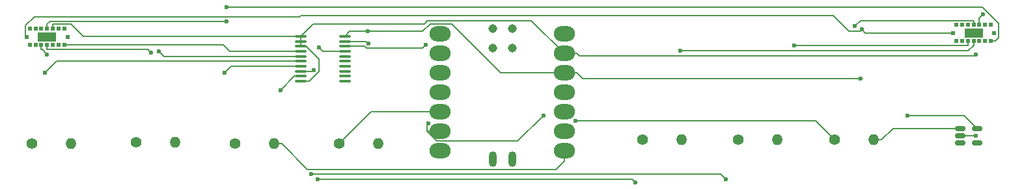
<source format=gbr>
%TF.GenerationSoftware,KiCad,Pcbnew,8.0.8*%
%TF.CreationDate,2025-05-04T21:01:19-05:00*%
%TF.ProjectId,Obstacle_detector,4f627374-6163-46c6-955f-646574656374,rev?*%
%TF.SameCoordinates,Original*%
%TF.FileFunction,Copper,L1,Top*%
%TF.FilePolarity,Positive*%
%FSLAX46Y46*%
G04 Gerber Fmt 4.6, Leading zero omitted, Abs format (unit mm)*
G04 Created by KiCad (PCBNEW 8.0.8) date 2025-05-04 21:01:19*
%MOMM*%
%LPD*%
G01*
G04 APERTURE LIST*
G04 Aperture macros list*
%AMRoundRect*
0 Rectangle with rounded corners*
0 $1 Rounding radius*
0 $2 $3 $4 $5 $6 $7 $8 $9 X,Y pos of 4 corners*
0 Add a 4 corners polygon primitive as box body*
4,1,4,$2,$3,$4,$5,$6,$7,$8,$9,$2,$3,0*
0 Add four circle primitives for the rounded corners*
1,1,$1+$1,$2,$3*
1,1,$1+$1,$4,$5*
1,1,$1+$1,$6,$7*
1,1,$1+$1,$8,$9*
0 Add four rect primitives between the rounded corners*
20,1,$1+$1,$2,$3,$4,$5,0*
20,1,$1+$1,$4,$5,$6,$7,0*
20,1,$1+$1,$6,$7,$8,$9,0*
20,1,$1+$1,$8,$9,$2,$3,0*%
G04 Aperture macros list end*
%TA.AperFunction,ComponentPad*%
%ADD10C,1.400000*%
%TD*%
%TA.AperFunction,ComponentPad*%
%ADD11O,1.400000X1.400000*%
%TD*%
%TA.AperFunction,SMDPad,CuDef*%
%ADD12RoundRect,0.150000X-0.512500X-0.150000X0.512500X-0.150000X0.512500X0.150000X-0.512500X0.150000X0*%
%TD*%
%TA.AperFunction,SMDPad,CuDef*%
%ADD13R,0.530000X0.545000*%
%TD*%
%TA.AperFunction,SMDPad,CuDef*%
%ADD14R,0.565000X0.530000*%
%TD*%
%TA.AperFunction,SMDPad,CuDef*%
%ADD15R,2.345995X1.229995*%
%TD*%
%TA.AperFunction,SMDPad,CuDef*%
%ADD16RoundRect,0.100000X-0.637500X-0.100000X0.637500X-0.100000X0.637500X0.100000X-0.637500X0.100000X0*%
%TD*%
%TA.AperFunction,SMDPad,CuDef*%
%ADD17O,2.748280X1.998980*%
%TD*%
%TA.AperFunction,SMDPad,CuDef*%
%ADD18O,1.016000X2.032000*%
%TD*%
%TA.AperFunction,SMDPad,CuDef*%
%ADD19C,1.143000*%
%TD*%
%TA.AperFunction,ViaPad*%
%ADD20C,0.600000*%
%TD*%
%TA.AperFunction,Conductor*%
%ADD21C,0.200000*%
%TD*%
G04 APERTURE END LIST*
D10*
%TO.P,R3,1*%
%TO.N,Net-(U3-SC1)*%
X109920000Y-30500000D03*
D11*
%TO.P,R3,2*%
%TO.N,Net-(U2-SCL{slash}MCLK)*%
X115000000Y-30500000D03*
%TD*%
D10*
%TO.P,R1,1*%
%TO.N,Net-(U3-SC0)*%
X18044400Y-31000000D03*
D11*
%TO.P,R1,2*%
%TO.N,Net-(U4-SCL{slash}MCLK)*%
X23124400Y-31000000D03*
%TD*%
D12*
%TO.P,U5,1,IN*%
%TO.N,+3.3V*%
X138725000Y-29000000D03*
%TO.P,U5,2,GND*%
%TO.N,GND*%
X138725000Y-29950000D03*
%TO.P,U5,3,EN*%
%TO.N,unconnected-(U5-EN-Pad3)*%
X138725000Y-30900000D03*
%TO.P,U5,4,NC*%
%TO.N,unconnected-(U5-NC-Pad4)*%
X141000000Y-30900000D03*
%TO.P,U5,5,OUT*%
%TO.N,+1V8*%
X141000000Y-29000000D03*
%TD*%
D13*
%TO.P,U4,A1,INT*%
%TO.N,Net-(U3-~{INT0})*%
X22250001Y-18115001D03*
%TO.P,U4,A2,LPN*%
%TO.N,unconnected-(U4-LPN-PadA2)*%
X21500000Y-18115001D03*
%TO.P,U4,A3,IOVDD*%
%TO.N,unconnected-(U4-IOVDD-PadA3)*%
X20750001Y-18115001D03*
%TO.P,U4,A4,SDA/MOSI*%
%TO.N,Net-(U4-SDA{slash}MOSI)*%
X20000000Y-18115001D03*
%TO.P,U4,A5,SCL/MCLK*%
%TO.N,Net-(U4-SCL{slash}MCLK)*%
X19249999Y-18115001D03*
%TO.P,U4,A6,RSVD1*%
%TO.N,unconnected-(U4-RSVD1-PadA6)*%
X18500000Y-18115001D03*
%TO.P,U4,A7,RSVD2*%
%TO.N,unconnected-(U4-RSVD2-PadA7)*%
X17749999Y-18115001D03*
D14*
%TO.P,U4,B1,SYNC*%
%TO.N,unconnected-(U4-SYNC-PadB1)*%
X22667500Y-17057500D03*
D15*
%TO.P,U4,B4,THERMALPAD*%
%TO.N,unconnected-(U4-THERMALPAD-PadB4)*%
X20000000Y-17057500D03*
D14*
%TO.P,U4,B7,CORE_1V8*%
%TO.N,+1V8*%
X17332500Y-17057500D03*
D13*
%TO.P,U4,C1,SPI_I2C_N*%
%TO.N,unconnected-(U4-SPI_I2C_N-PadC1)*%
X22250001Y-15999999D03*
%TO.P,U4,C2,NCS*%
%TO.N,unconnected-(U4-NCS-PadC2)*%
X21500000Y-15999999D03*
%TO.P,U4,C3,GND*%
%TO.N,GND*%
X20750001Y-15999999D03*
%TO.P,U4,C4,AVDD*%
%TO.N,+3.3V*%
X20000000Y-15999999D03*
%TO.P,U4,C5,MISO*%
%TO.N,unconnected-(U4-MISO-PadC5)*%
X19249999Y-15999999D03*
%TO.P,U4,C6,RSVD3*%
%TO.N,unconnected-(U4-RSVD3-PadC6)*%
X18500000Y-15999999D03*
%TO.P,U4,C7,GROUND*%
%TO.N,unconnected-(U4-GROUND-PadC7)*%
X17749999Y-15999999D03*
%TD*%
D10*
%TO.P,R7,1*%
%TO.N,Net-(U1-PA9_A5_D5_SCL)*%
X122460000Y-30500000D03*
D11*
%TO.P,R7,2*%
%TO.N,+3.3V*%
X127540000Y-30500000D03*
%TD*%
D10*
%TO.P,R5,1*%
%TO.N,+3.3V*%
X44460000Y-31000000D03*
D11*
%TO.P,R5,2*%
%TO.N,Net-(U1-PB09_A7_D7_RX)*%
X49540000Y-31000000D03*
%TD*%
D10*
%TO.P,R2,1*%
%TO.N,Net-(U3-SD0)*%
X31584400Y-30814100D03*
D11*
%TO.P,R2,2*%
%TO.N,Net-(U4-SDA{slash}MOSI)*%
X36664400Y-30814100D03*
%TD*%
D10*
%TO.P,R4,1*%
%TO.N,Net-(U3-SD1)*%
X97460000Y-30500000D03*
D11*
%TO.P,R4,2*%
%TO.N,Net-(U2-SDA{slash}MOSI)*%
X102540000Y-30500000D03*
%TD*%
D13*
%TO.P,U2,A1,INT*%
%TO.N,Net-(U2-INT)*%
X142750001Y-17615001D03*
%TO.P,U2,A2,LPN*%
%TO.N,unconnected-(U2-LPN-PadA2)*%
X142000000Y-17615001D03*
%TO.P,U2,A3,IOVDD*%
%TO.N,unconnected-(U2-IOVDD-PadA3)*%
X141250001Y-17615001D03*
%TO.P,U2,A4,SDA/MOSI*%
%TO.N,Net-(U2-SDA{slash}MOSI)*%
X140500000Y-17615001D03*
%TO.P,U2,A5,SCL/MCLK*%
%TO.N,Net-(U2-SCL{slash}MCLK)*%
X139749999Y-17615001D03*
%TO.P,U2,A6,RSVD1*%
%TO.N,unconnected-(U2-RSVD1-PadA6)*%
X139000000Y-17615001D03*
%TO.P,U2,A7,RSVD2*%
%TO.N,unconnected-(U2-RSVD2-PadA7)*%
X138249999Y-17615001D03*
D14*
%TO.P,U2,B1,SYNC*%
%TO.N,unconnected-(U2-SYNC-PadB1)*%
X143167500Y-16557500D03*
D15*
%TO.P,U2,B4,THERMALPAD*%
%TO.N,unconnected-(U2-THERMALPAD-PadB4)*%
X140500000Y-16557500D03*
D14*
%TO.P,U2,B7,CORE_1V8*%
%TO.N,+1V8*%
X137832500Y-16557500D03*
D13*
%TO.P,U2,C1,SPI_I2C_N*%
%TO.N,unconnected-(U2-SPI_I2C_N-PadC1)*%
X142750001Y-15499999D03*
%TO.P,U2,C2,NCS*%
%TO.N,unconnected-(U2-NCS-PadC2)*%
X142000000Y-15499999D03*
%TO.P,U2,C3,GND*%
%TO.N,GND*%
X141250001Y-15499999D03*
%TO.P,U2,C4,AVDD*%
%TO.N,+3.3V*%
X140500000Y-15499999D03*
%TO.P,U2,C5,MISO*%
%TO.N,unconnected-(U2-MISO-PadC5)*%
X139749999Y-15499999D03*
%TO.P,U2,C6,RSVD3*%
%TO.N,unconnected-(U2-RSVD3-PadC6)*%
X139000000Y-15499999D03*
%TO.P,U2,C7,GROUND*%
%TO.N,unconnected-(U2-GROUND-PadC7)*%
X138249999Y-15499999D03*
%TD*%
D10*
%TO.P,R6,1*%
%TO.N,Net-(U1-PA8_A4_D4_SDA)*%
X57960000Y-31000000D03*
D11*
%TO.P,R6,2*%
%TO.N,+3.3V*%
X63040000Y-31000000D03*
%TD*%
D16*
%TO.P,U3,1,A0*%
%TO.N,GND*%
X53000000Y-17000000D03*
%TO.P,U3,2,A1*%
X53000000Y-17650000D03*
%TO.P,U3,3,A2*%
X53000000Y-18300000D03*
%TO.P,U3,4,~{INT0}*%
%TO.N,Net-(U3-~{INT0})*%
X53000000Y-18950000D03*
%TO.P,U3,5,SD0*%
%TO.N,Net-(U3-SD0)*%
X53000000Y-19600000D03*
%TO.P,U3,6,SC0*%
%TO.N,Net-(U3-SC0)*%
X53000000Y-20250000D03*
%TO.P,U3,7,~{INT1}*%
%TO.N,Net-(U2-INT)*%
X53000000Y-20900000D03*
%TO.P,U3,8,SD1*%
%TO.N,Net-(U3-SD1)*%
X53000000Y-21550000D03*
%TO.P,U3,9,SC1*%
%TO.N,Net-(U3-SC1)*%
X53000000Y-22200000D03*
%TO.P,U3,10,GND*%
%TO.N,GND*%
X53000000Y-22850000D03*
%TO.P,U3,11,~{INT2}*%
%TO.N,unconnected-(U3-~{INT2}-Pad11)*%
X58725000Y-22850000D03*
%TO.P,U3,12,SD2*%
%TO.N,unconnected-(U3-SD2-Pad12)*%
X58725000Y-22200000D03*
%TO.P,U3,13,SC2*%
%TO.N,unconnected-(U3-SC2-Pad13)*%
X58725000Y-21550000D03*
%TO.P,U3,14,~{INT3}*%
%TO.N,unconnected-(U3-~{INT3}-Pad14)*%
X58725000Y-20900000D03*
%TO.P,U3,15,SD3*%
%TO.N,unconnected-(U3-SD3-Pad15)*%
X58725000Y-20250000D03*
%TO.P,U3,16,SC3*%
%TO.N,unconnected-(U3-SC3-Pad16)*%
X58725000Y-19600000D03*
%TO.P,U3,17,~{INT}*%
%TO.N,Net-(U1-PB09_A7_D7_RX)*%
X58725000Y-18950000D03*
%TO.P,U3,18,SCL*%
%TO.N,Net-(U1-PA9_A5_D5_SCL)*%
X58725000Y-18300000D03*
%TO.P,U3,19,SDA*%
%TO.N,Net-(U1-PA8_A4_D4_SDA)*%
X58725000Y-17650000D03*
%TO.P,U3,20,VCC*%
%TO.N,+3.3V*%
X58725000Y-17000000D03*
%TD*%
D17*
%TO.P,U1,1,PA02_A0_D0*%
%TO.N,unconnected-(U1-PA02_A0_D0-Pad1)*%
X71094320Y-16686380D03*
%TO.P,U1,2,PA4_A1_D1*%
%TO.N,unconnected-(U1-PA4_A1_D1-Pad2)*%
X71094320Y-19226380D03*
%TO.P,U1,3,PA10_A2_D2*%
%TO.N,unconnected-(U1-PA10_A2_D2-Pad3)*%
X71094320Y-21766380D03*
%TO.P,U1,4,PA11_A3_D3*%
%TO.N,unconnected-(U1-PA11_A3_D3-Pad4)*%
X71094320Y-24306380D03*
%TO.P,U1,5,PA8_A4_D4_SDA*%
%TO.N,Net-(U1-PA8_A4_D4_SDA)*%
X71094320Y-26846380D03*
%TO.P,U1,6,PA9_A5_D5_SCL*%
%TO.N,Net-(U1-PA9_A5_D5_SCL)*%
X71094320Y-29386380D03*
%TO.P,U1,7,PB08_A6_D6_TX*%
%TO.N,unconnected-(U1-PB08_A6_D6_TX-Pad7)*%
X71094320Y-31926380D03*
%TO.P,U1,8,PB09_A7_D7_RX*%
%TO.N,Net-(U1-PB09_A7_D7_RX)*%
X87258880Y-31926380D03*
%TO.P,U1,9,PA7_A8_D8_SCK*%
%TO.N,unconnected-(U1-PA7_A8_D8_SCK-Pad9)*%
X87258880Y-29386380D03*
%TO.P,U1,10,PA5_A9_D9_MISO*%
%TO.N,unconnected-(U1-PA5_A9_D9_MISO-Pad10)*%
X87258880Y-26846380D03*
%TO.P,U1,11,PA6_A10_D10_MOSI*%
%TO.N,unconnected-(U1-PA6_A10_D10_MOSI-Pad11)*%
X87258880Y-24306380D03*
%TO.P,U1,12,3V3*%
%TO.N,+3.3V*%
X87258880Y-21766380D03*
%TO.P,U1,13,GND*%
%TO.N,GND*%
X87258880Y-19226380D03*
%TO.P,U1,14,5V*%
%TO.N,unconnected-(U1-5V-Pad14)*%
X87258880Y-16686380D03*
D18*
%TO.P,U1,15,5V*%
%TO.N,unconnected-(U1-5V-Pad15)*%
X77961200Y-33004200D03*
%TO.P,U1,16,GND*%
%TO.N,unconnected-(U1-GND-Pad16)*%
X80511200Y-33004200D03*
D19*
%TO.P,U1,17,PA31_SWDIO*%
%TO.N,unconnected-(U1-PA31_SWDIO-Pad17)*%
X77960003Y-16000013D03*
%TO.P,U1,18,PA30_SWCLK*%
%TO.N,unconnected-(U1-PA30_SWCLK-Pad18)*%
X80500003Y-16000013D03*
%TO.P,U1,19,RESET*%
%TO.N,unconnected-(U1-RESET-Pad19)*%
X77960003Y-18540013D03*
%TO.P,U1,20,GND*%
%TO.N,unconnected-(U1-GND-Pad20)*%
X80500003Y-18540013D03*
%TD*%
D20*
%TO.N,Net-(U3-SC0)*%
X19721600Y-21753400D03*
%TO.N,Net-(U4-SCL{slash}MCLK)*%
X20007500Y-19343700D03*
%TO.N,Net-(U4-SDA{slash}MOSI)*%
X33490600Y-19077400D03*
%TO.N,Net-(U3-SD0)*%
X34525000Y-18901600D03*
%TO.N,Net-(U2-SCL{slash}MCLK)*%
X117165000Y-18190400D03*
%TO.N,Net-(U3-SC1)*%
X50333800Y-23995700D03*
X54353400Y-34949600D03*
X108275000Y-35645000D03*
%TO.N,Net-(U3-SD1)*%
X55175000Y-35645000D03*
X96475000Y-36006200D03*
X54699800Y-21402100D03*
%TO.N,Net-(U2-SDA{slash}MOSI)*%
X102375000Y-18900000D03*
%TO.N,+3.3V*%
X43352400Y-15041200D03*
X61676800Y-16360100D03*
X125786000Y-22489500D03*
X125088000Y-15625000D03*
%TO.N,Net-(U1-PB09_A7_D7_RX)*%
X55406400Y-18474900D03*
%TO.N,Net-(U1-PA8_A4_D4_SDA)*%
X61789100Y-17937500D03*
%TO.N,GND*%
X141767000Y-14133700D03*
X140794000Y-19354100D03*
X140794000Y-29950000D03*
%TO.N,Net-(U1-PA9_A5_D5_SCL)*%
X84542400Y-27300000D03*
X69234900Y-18106200D03*
X69608600Y-28357200D03*
X88686100Y-28014200D03*
%TO.N,Net-(U2-INT)*%
X43375000Y-13163200D03*
X43130000Y-21725000D03*
%TO.N,+1V8*%
X131875000Y-27300000D03*
X125975000Y-16101600D03*
%TD*%
D21*
%TO.N,Net-(U3-SC0)*%
X53000000Y-20250000D02*
X21225000Y-20250000D01*
X21225000Y-20250000D02*
X19721600Y-21753400D01*
%TO.N,Net-(U4-SCL{slash}MCLK)*%
X19250000Y-18115000D02*
X19250000Y-18689200D01*
X19353000Y-18689200D02*
X20007500Y-19343700D01*
X19250000Y-18689200D02*
X19353000Y-18689200D01*
%TO.N,Net-(U4-SDA{slash}MOSI)*%
X20000000Y-18689200D02*
X33102400Y-18689200D01*
X33102400Y-18689200D02*
X33490600Y-19077400D01*
X20000000Y-18115000D02*
X20000000Y-18689200D01*
%TO.N,Net-(U3-SD0)*%
X35223400Y-19600000D02*
X34525000Y-18901600D01*
X53000000Y-19600000D02*
X35223400Y-19600000D01*
%TO.N,Net-(U2-SCL{slash}MCLK)*%
X139750000Y-17615000D02*
X139750000Y-18189200D01*
X117167000Y-18189200D02*
X117165000Y-18190400D01*
X139750000Y-18189200D02*
X117167000Y-18189200D01*
%TO.N,Net-(U3-SC1)*%
X52129500Y-22200000D02*
X50333800Y-23995700D01*
X54353400Y-34949600D02*
X107580000Y-34949600D01*
X53000000Y-22200000D02*
X52129500Y-22200000D01*
X107580000Y-34949600D02*
X108275000Y-35645000D01*
X108275000Y-35645000D02*
X107580000Y-34949600D01*
X107580000Y-34949600D02*
X108275000Y-35645000D01*
%TO.N,Net-(U3-SD1)*%
X54699800Y-21402100D02*
X54551900Y-21550000D01*
X96113800Y-35645000D02*
X96475000Y-36006200D01*
X54699800Y-21402100D02*
X54551900Y-21550000D01*
X55175000Y-35645000D02*
X96113800Y-35645000D01*
X54551900Y-21550000D02*
X53000000Y-21550000D01*
X54551900Y-21550000D02*
X54699800Y-21402100D01*
%TO.N,Net-(U2-SDA{slash}MOSI)*%
X102375000Y-18900000D02*
X139789000Y-18900000D01*
X139789000Y-18900000D02*
X140500000Y-18189200D01*
X140500000Y-18189200D02*
X140500000Y-17615000D01*
%TO.N,+3.3V*%
X89657900Y-22489500D02*
X88934800Y-21766400D01*
X69820100Y-15371900D02*
X68831900Y-16360100D01*
X20000000Y-15425800D02*
X20407200Y-15018600D01*
X72618100Y-15371900D02*
X69820100Y-15371900D01*
X125088000Y-15625000D02*
X125787000Y-14925800D01*
X68831900Y-16360100D02*
X61676800Y-16360100D01*
X20000000Y-16000000D02*
X20000000Y-15425800D01*
X59364900Y-16360100D02*
X58725000Y-17000000D01*
X43329800Y-15018600D02*
X43352400Y-15041200D01*
X88934800Y-21766400D02*
X87258900Y-21766400D01*
X128542000Y-30500000D02*
X130042000Y-29000000D01*
X130042000Y-29000000D02*
X138725000Y-29000000D01*
X87258900Y-21766400D02*
X79012600Y-21766400D01*
X140500000Y-14925800D02*
X125787000Y-14925800D01*
X125787000Y-14925800D02*
X125088000Y-15625000D01*
X140500000Y-15500000D02*
X140500000Y-14925800D01*
X43329800Y-15018600D02*
X43352400Y-15041200D01*
X79012600Y-21766400D02*
X72618100Y-15371900D01*
X125786000Y-22489500D02*
X89657900Y-22489500D01*
X20407200Y-15018600D02*
X43329800Y-15018600D01*
X125088000Y-15625000D02*
X125787000Y-14925800D01*
X43352400Y-15041200D02*
X43329800Y-15018600D01*
X61676800Y-16360100D02*
X59364900Y-16360100D01*
X127540000Y-30500000D02*
X128542000Y-30500000D01*
%TO.N,Net-(U1-PB09_A7_D7_RX)*%
X55881500Y-18950000D02*
X55406400Y-18474900D01*
X50541700Y-31000000D02*
X53864000Y-34322300D01*
X55881500Y-18950000D02*
X55406400Y-18474900D01*
X86164200Y-34322300D02*
X87258900Y-33227600D01*
X53864000Y-34322300D02*
X86164200Y-34322300D01*
X55406400Y-18474900D02*
X55881500Y-18950000D01*
X87258900Y-33227600D02*
X87258900Y-31926400D01*
X58725000Y-18950000D02*
X55881500Y-18950000D01*
X49540000Y-31000000D02*
X50541700Y-31000000D01*
%TO.N,Net-(U1-PA8_A4_D4_SDA)*%
X61501600Y-17650000D02*
X58725000Y-17650000D01*
X62113600Y-26846400D02*
X57960000Y-31000000D01*
X61501600Y-17650000D02*
X61789100Y-17937500D01*
X71094300Y-26846400D02*
X62113600Y-26846400D01*
X61789100Y-17937500D02*
X61501600Y-17650000D01*
X61789100Y-17937500D02*
X61501600Y-17650000D01*
%TO.N,GND*%
X55371100Y-19966400D02*
X53704700Y-18300000D01*
X138725000Y-29950000D02*
X140794000Y-29950000D01*
X54628100Y-15371900D02*
X53000000Y-17000000D01*
X88934800Y-19226400D02*
X87258900Y-19226400D01*
X24687300Y-17000000D02*
X53000000Y-17000000D01*
X89218900Y-19510500D02*
X88934800Y-19226400D01*
X69051900Y-15371900D02*
X54628100Y-15371900D01*
X141250000Y-14651000D02*
X141250000Y-15500000D01*
X83002700Y-14970200D02*
X69453600Y-14970200D01*
X141767000Y-14133700D02*
X141250000Y-14651000D01*
X141250000Y-14651000D02*
X141767000Y-14133700D01*
X20750000Y-16000000D02*
X20750000Y-15425800D01*
X140638000Y-19510500D02*
X89218900Y-19510500D01*
X69218200Y-15205600D02*
X69051900Y-15371900D01*
X87258900Y-19226400D02*
X83002700Y-14970200D01*
X54102800Y-22850000D02*
X55371100Y-21581700D01*
X69453600Y-14970200D02*
X69218200Y-15205600D01*
X69218200Y-15205600D02*
X69051900Y-15371900D01*
X53000000Y-17000000D02*
X53000000Y-17650000D01*
X55371100Y-21581700D02*
X55371100Y-19966400D01*
X53000000Y-18300000D02*
X53000000Y-17650000D01*
X53000000Y-22850000D02*
X54102800Y-22850000D01*
X23113100Y-15425800D02*
X24687300Y-17000000D01*
X53704700Y-18300000D02*
X53000000Y-18300000D01*
X140794000Y-19354100D02*
X140638000Y-19510500D01*
X20750000Y-15425800D02*
X23113100Y-15425800D01*
X141767000Y-14133700D02*
X141250000Y-14651000D01*
%TO.N,Net-(U1-PA9_A5_D5_SCL)*%
X69418400Y-28547400D02*
X69608600Y-28357200D01*
X119974000Y-28014200D02*
X122460000Y-30500000D01*
X69418400Y-29386400D02*
X69418400Y-28547400D01*
X72008000Y-30625200D02*
X70657200Y-30625200D01*
X88686100Y-28014200D02*
X119974000Y-28014200D01*
X68801900Y-18539200D02*
X69234900Y-18106200D01*
X84542400Y-27300000D02*
X81215700Y-30626700D01*
X70657200Y-30625200D02*
X69418400Y-29386400D01*
X61300800Y-18300000D02*
X61540000Y-18539200D01*
X61540000Y-18539200D02*
X68801900Y-18539200D01*
X72009500Y-30626700D02*
X72008000Y-30625200D01*
X71094300Y-29386400D02*
X69418400Y-29386400D01*
X58725000Y-18300000D02*
X61300800Y-18300000D01*
X81215700Y-30626700D02*
X72009500Y-30626700D01*
%TO.N,Net-(U2-INT)*%
X43130000Y-21725000D02*
X43851900Y-21003100D01*
X142750000Y-17615000D02*
X143317000Y-17615000D01*
X43851900Y-21003100D02*
X43130000Y-21725000D01*
X43851900Y-21003100D02*
X43955000Y-20900000D01*
X143780000Y-17151700D02*
X143780000Y-15293000D01*
X143317000Y-17615000D02*
X143780000Y-17151700D01*
X141650000Y-13163200D02*
X43375000Y-13163200D01*
X43130000Y-21725000D02*
X43851900Y-21003100D01*
X43955000Y-20900000D02*
X53000000Y-20900000D01*
X143780000Y-15293000D02*
X141650000Y-13163200D01*
%TO.N,Net-(U3-~{INT0})*%
X22250000Y-18115000D02*
X42899900Y-18115000D01*
X43734900Y-18950000D02*
X53000000Y-18950000D01*
X42899900Y-18115000D02*
X43734900Y-18950000D01*
%TO.N,+1V8*%
X52978800Y-14251700D02*
X52814000Y-14416500D01*
X137832000Y-16557500D02*
X126431000Y-16557500D01*
X139300000Y-27300000D02*
X141000000Y-29000000D01*
X125975000Y-16101600D02*
X125798000Y-16278100D01*
X137832500Y-16557500D02*
X137832000Y-16557500D01*
X17183300Y-16908300D02*
X17332500Y-17057500D01*
X125798000Y-16278100D02*
X124270000Y-16278100D01*
X131875000Y-27300000D02*
X139300000Y-27300000D01*
X124270000Y-16278100D02*
X122244000Y-14251700D01*
X17183300Y-15578800D02*
X17183300Y-16908300D01*
X122244000Y-14251700D02*
X52978800Y-14251700D01*
X52978800Y-14251700D02*
X52814000Y-14416500D01*
X126431000Y-16557500D02*
X125975000Y-16101600D01*
X52814000Y-14416500D02*
X18345600Y-14416500D01*
X18345600Y-14416500D02*
X17183300Y-15578800D01*
%TD*%
M02*

</source>
